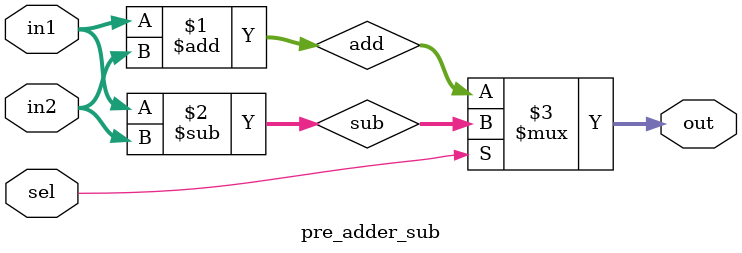
<source format=v>
module pre_adder_sub(in1,in2,out,sel);
////////////////////////

input [17:0] in1,in2;
input sel;
output [17:0] out ;
wire [17:0] add,sub;
////////////////////////
assign add=in1+in2;
assign sub=in1-in2;
assign out = sel ? sub : add ;

endmodule 
</source>
